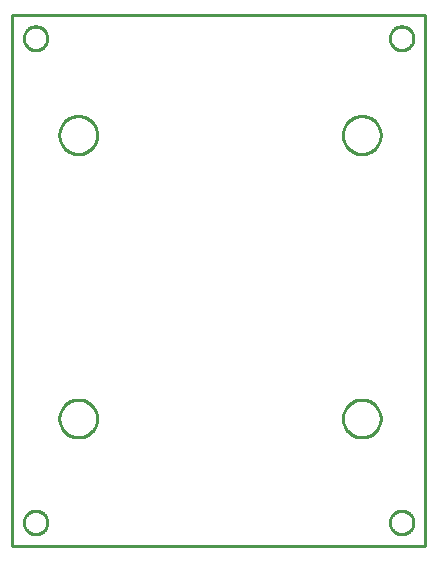
<source format=gbr>
G04 EAGLE Gerber RS-274X export*
G75*
%MOMM*%
%FSLAX34Y34*%
%LPD*%
%IN*%
%IPPOS*%
%AMOC8*
5,1,8,0,0,1.08239X$1,22.5*%
G01*
%ADD10C,0.254000*%


D10*
X0Y0D02*
X350000Y0D01*
X350000Y450000D01*
X0Y450000D01*
X0Y0D01*
X30000Y429563D02*
X29924Y428694D01*
X29772Y427834D01*
X29546Y426990D01*
X29248Y426170D01*
X28879Y425378D01*
X28442Y424622D01*
X27941Y423907D01*
X27380Y423238D01*
X26762Y422620D01*
X26093Y422059D01*
X25378Y421558D01*
X24622Y421121D01*
X23830Y420752D01*
X23010Y420454D01*
X22166Y420228D01*
X21307Y420076D01*
X20437Y420000D01*
X19563Y420000D01*
X18694Y420076D01*
X17834Y420228D01*
X16990Y420454D01*
X16170Y420752D01*
X15378Y421121D01*
X14622Y421558D01*
X13907Y422059D01*
X13238Y422620D01*
X12620Y423238D01*
X12059Y423907D01*
X11558Y424622D01*
X11121Y425378D01*
X10752Y426170D01*
X10454Y426990D01*
X10228Y427834D01*
X10076Y428694D01*
X10000Y429563D01*
X10000Y430437D01*
X10076Y431307D01*
X10228Y432166D01*
X10454Y433010D01*
X10752Y433830D01*
X11121Y434622D01*
X11558Y435378D01*
X12059Y436093D01*
X12620Y436762D01*
X13238Y437380D01*
X13907Y437941D01*
X14622Y438442D01*
X15378Y438879D01*
X16170Y439248D01*
X16990Y439546D01*
X17834Y439772D01*
X18694Y439924D01*
X19563Y440000D01*
X20437Y440000D01*
X21307Y439924D01*
X22166Y439772D01*
X23010Y439546D01*
X23830Y439248D01*
X24622Y438879D01*
X25378Y438442D01*
X26093Y437941D01*
X26762Y437380D01*
X27380Y436762D01*
X27941Y436093D01*
X28442Y435378D01*
X28879Y434622D01*
X29248Y433830D01*
X29546Y433010D01*
X29772Y432166D01*
X29924Y431307D01*
X30000Y430437D01*
X30000Y429563D01*
X30000Y19563D02*
X29924Y18694D01*
X29772Y17834D01*
X29546Y16990D01*
X29248Y16170D01*
X28879Y15378D01*
X28442Y14622D01*
X27941Y13907D01*
X27380Y13238D01*
X26762Y12620D01*
X26093Y12059D01*
X25378Y11558D01*
X24622Y11121D01*
X23830Y10752D01*
X23010Y10454D01*
X22166Y10228D01*
X21307Y10076D01*
X20437Y10000D01*
X19563Y10000D01*
X18694Y10076D01*
X17834Y10228D01*
X16990Y10454D01*
X16170Y10752D01*
X15378Y11121D01*
X14622Y11558D01*
X13907Y12059D01*
X13238Y12620D01*
X12620Y13238D01*
X12059Y13907D01*
X11558Y14622D01*
X11121Y15378D01*
X10752Y16170D01*
X10454Y16990D01*
X10228Y17834D01*
X10076Y18694D01*
X10000Y19563D01*
X10000Y20437D01*
X10076Y21307D01*
X10228Y22166D01*
X10454Y23010D01*
X10752Y23830D01*
X11121Y24622D01*
X11558Y25378D01*
X12059Y26093D01*
X12620Y26762D01*
X13238Y27380D01*
X13907Y27941D01*
X14622Y28442D01*
X15378Y28879D01*
X16170Y29248D01*
X16990Y29546D01*
X17834Y29772D01*
X18694Y29924D01*
X19563Y30000D01*
X20437Y30000D01*
X21307Y29924D01*
X22166Y29772D01*
X23010Y29546D01*
X23830Y29248D01*
X24622Y28879D01*
X25378Y28442D01*
X26093Y27941D01*
X26762Y27380D01*
X27380Y26762D01*
X27941Y26093D01*
X28442Y25378D01*
X28879Y24622D01*
X29248Y23830D01*
X29546Y23010D01*
X29772Y22166D01*
X29924Y21307D01*
X30000Y20437D01*
X30000Y19563D01*
X340000Y19563D02*
X339924Y18694D01*
X339772Y17834D01*
X339546Y16990D01*
X339248Y16170D01*
X338879Y15378D01*
X338442Y14622D01*
X337941Y13907D01*
X337380Y13238D01*
X336762Y12620D01*
X336093Y12059D01*
X335378Y11558D01*
X334622Y11121D01*
X333830Y10752D01*
X333010Y10454D01*
X332166Y10228D01*
X331307Y10076D01*
X330437Y10000D01*
X329563Y10000D01*
X328694Y10076D01*
X327834Y10228D01*
X326990Y10454D01*
X326170Y10752D01*
X325378Y11121D01*
X324622Y11558D01*
X323907Y12059D01*
X323238Y12620D01*
X322620Y13238D01*
X322059Y13907D01*
X321558Y14622D01*
X321121Y15378D01*
X320752Y16170D01*
X320454Y16990D01*
X320228Y17834D01*
X320076Y18694D01*
X320000Y19563D01*
X320000Y20437D01*
X320076Y21307D01*
X320228Y22166D01*
X320454Y23010D01*
X320752Y23830D01*
X321121Y24622D01*
X321558Y25378D01*
X322059Y26093D01*
X322620Y26762D01*
X323238Y27380D01*
X323907Y27941D01*
X324622Y28442D01*
X325378Y28879D01*
X326170Y29248D01*
X326990Y29546D01*
X327834Y29772D01*
X328694Y29924D01*
X329563Y30000D01*
X330437Y30000D01*
X331307Y29924D01*
X332166Y29772D01*
X333010Y29546D01*
X333830Y29248D01*
X334622Y28879D01*
X335378Y28442D01*
X336093Y27941D01*
X336762Y27380D01*
X337380Y26762D01*
X337941Y26093D01*
X338442Y25378D01*
X338879Y24622D01*
X339248Y23830D01*
X339546Y23010D01*
X339772Y22166D01*
X339924Y21307D01*
X340000Y20437D01*
X340000Y19563D01*
X340000Y429563D02*
X339924Y428694D01*
X339772Y427834D01*
X339546Y426990D01*
X339248Y426170D01*
X338879Y425378D01*
X338442Y424622D01*
X337941Y423907D01*
X337380Y423238D01*
X336762Y422620D01*
X336093Y422059D01*
X335378Y421558D01*
X334622Y421121D01*
X333830Y420752D01*
X333010Y420454D01*
X332166Y420228D01*
X331307Y420076D01*
X330437Y420000D01*
X329563Y420000D01*
X328694Y420076D01*
X327834Y420228D01*
X326990Y420454D01*
X326170Y420752D01*
X325378Y421121D01*
X324622Y421558D01*
X323907Y422059D01*
X323238Y422620D01*
X322620Y423238D01*
X322059Y423907D01*
X321558Y424622D01*
X321121Y425378D01*
X320752Y426170D01*
X320454Y426990D01*
X320228Y427834D01*
X320076Y428694D01*
X320000Y429563D01*
X320000Y430437D01*
X320076Y431307D01*
X320228Y432166D01*
X320454Y433010D01*
X320752Y433830D01*
X321121Y434622D01*
X321558Y435378D01*
X322059Y436093D01*
X322620Y436762D01*
X323238Y437380D01*
X323907Y437941D01*
X324622Y438442D01*
X325378Y438879D01*
X326170Y439248D01*
X326990Y439546D01*
X327834Y439772D01*
X328694Y439924D01*
X329563Y440000D01*
X330437Y440000D01*
X331307Y439924D01*
X332166Y439772D01*
X333010Y439546D01*
X333830Y439248D01*
X334622Y438879D01*
X335378Y438442D01*
X336093Y437941D01*
X336762Y437380D01*
X337380Y436762D01*
X337941Y436093D01*
X338442Y435378D01*
X338879Y434622D01*
X339248Y433830D01*
X339546Y433010D01*
X339772Y432166D01*
X339924Y431307D01*
X340000Y430437D01*
X340000Y429563D01*
X72200Y108524D02*
X72132Y109569D01*
X71995Y110608D01*
X71790Y111635D01*
X71519Y112647D01*
X71183Y113639D01*
X70782Y114607D01*
X70318Y115546D01*
X69795Y116454D01*
X69213Y117325D01*
X68575Y118156D01*
X67884Y118943D01*
X67143Y119684D01*
X66356Y120375D01*
X65525Y121013D01*
X64654Y121595D01*
X63746Y122118D01*
X62807Y122582D01*
X61839Y122983D01*
X60847Y123319D01*
X59835Y123590D01*
X58808Y123795D01*
X57769Y123932D01*
X56724Y124000D01*
X55676Y124000D01*
X54631Y123932D01*
X53592Y123795D01*
X52565Y123590D01*
X51553Y123319D01*
X50561Y122983D01*
X49593Y122582D01*
X48654Y122118D01*
X47746Y121595D01*
X46875Y121013D01*
X46044Y120375D01*
X45257Y119684D01*
X44516Y118943D01*
X43825Y118156D01*
X43188Y117325D01*
X42606Y116454D01*
X42082Y115546D01*
X41618Y114607D01*
X41217Y113639D01*
X40881Y112647D01*
X40610Y111635D01*
X40405Y110608D01*
X40269Y109569D01*
X40200Y108524D01*
X40200Y107476D01*
X40269Y106431D01*
X40405Y105392D01*
X40610Y104365D01*
X40881Y103353D01*
X41217Y102361D01*
X41618Y101393D01*
X42082Y100454D01*
X42606Y99546D01*
X43188Y98675D01*
X43825Y97844D01*
X44516Y97057D01*
X45257Y96316D01*
X46044Y95625D01*
X46875Y94988D01*
X47746Y94406D01*
X48654Y93882D01*
X49593Y93418D01*
X50561Y93017D01*
X51553Y92681D01*
X52565Y92410D01*
X53592Y92205D01*
X54631Y92069D01*
X55676Y92000D01*
X56724Y92000D01*
X57769Y92069D01*
X58808Y92205D01*
X59835Y92410D01*
X60847Y92681D01*
X61839Y93017D01*
X62807Y93418D01*
X63746Y93882D01*
X64654Y94406D01*
X65525Y94988D01*
X66356Y95625D01*
X67143Y96316D01*
X67884Y97057D01*
X68575Y97844D01*
X69213Y98675D01*
X69795Y99546D01*
X70318Y100454D01*
X70782Y101393D01*
X71183Y102361D01*
X71519Y103353D01*
X71790Y104365D01*
X71995Y105392D01*
X72132Y106431D01*
X72200Y107476D01*
X72200Y108524D01*
X312200Y108524D02*
X312132Y109569D01*
X311995Y110608D01*
X311790Y111635D01*
X311519Y112647D01*
X311183Y113639D01*
X310782Y114607D01*
X310318Y115546D01*
X309795Y116454D01*
X309213Y117325D01*
X308575Y118156D01*
X307884Y118943D01*
X307143Y119684D01*
X306356Y120375D01*
X305525Y121013D01*
X304654Y121595D01*
X303746Y122118D01*
X302807Y122582D01*
X301839Y122983D01*
X300847Y123319D01*
X299835Y123590D01*
X298808Y123795D01*
X297769Y123932D01*
X296724Y124000D01*
X295676Y124000D01*
X294631Y123932D01*
X293592Y123795D01*
X292565Y123590D01*
X291553Y123319D01*
X290561Y122983D01*
X289593Y122582D01*
X288654Y122118D01*
X287746Y121595D01*
X286875Y121013D01*
X286044Y120375D01*
X285257Y119684D01*
X284516Y118943D01*
X283825Y118156D01*
X283188Y117325D01*
X282606Y116454D01*
X282082Y115546D01*
X281618Y114607D01*
X281217Y113639D01*
X280881Y112647D01*
X280610Y111635D01*
X280405Y110608D01*
X280269Y109569D01*
X280200Y108524D01*
X280200Y107476D01*
X280269Y106431D01*
X280405Y105392D01*
X280610Y104365D01*
X280881Y103353D01*
X281217Y102361D01*
X281618Y101393D01*
X282082Y100454D01*
X282606Y99546D01*
X283188Y98675D01*
X283825Y97844D01*
X284516Y97057D01*
X285257Y96316D01*
X286044Y95625D01*
X286875Y94988D01*
X287746Y94406D01*
X288654Y93882D01*
X289593Y93418D01*
X290561Y93017D01*
X291553Y92681D01*
X292565Y92410D01*
X293592Y92205D01*
X294631Y92069D01*
X295676Y92000D01*
X296724Y92000D01*
X297769Y92069D01*
X298808Y92205D01*
X299835Y92410D01*
X300847Y92681D01*
X301839Y93017D01*
X302807Y93418D01*
X303746Y93882D01*
X304654Y94406D01*
X305525Y94988D01*
X306356Y95625D01*
X307143Y96316D01*
X307884Y97057D01*
X308575Y97844D01*
X309213Y98675D01*
X309795Y99546D01*
X310318Y100454D01*
X310782Y101393D01*
X311183Y102361D01*
X311519Y103353D01*
X311790Y104365D01*
X311995Y105392D01*
X312132Y106431D01*
X312200Y107476D01*
X312200Y108524D01*
X312200Y348524D02*
X312132Y349569D01*
X311995Y350608D01*
X311790Y351635D01*
X311519Y352647D01*
X311183Y353639D01*
X310782Y354607D01*
X310318Y355546D01*
X309795Y356454D01*
X309213Y357325D01*
X308575Y358156D01*
X307884Y358943D01*
X307143Y359684D01*
X306356Y360375D01*
X305525Y361013D01*
X304654Y361595D01*
X303746Y362118D01*
X302807Y362582D01*
X301839Y362983D01*
X300847Y363319D01*
X299835Y363590D01*
X298808Y363795D01*
X297769Y363932D01*
X296724Y364000D01*
X295676Y364000D01*
X294631Y363932D01*
X293592Y363795D01*
X292565Y363590D01*
X291553Y363319D01*
X290561Y362983D01*
X289593Y362582D01*
X288654Y362118D01*
X287746Y361595D01*
X286875Y361013D01*
X286044Y360375D01*
X285257Y359684D01*
X284516Y358943D01*
X283825Y358156D01*
X283188Y357325D01*
X282606Y356454D01*
X282082Y355546D01*
X281618Y354607D01*
X281217Y353639D01*
X280881Y352647D01*
X280610Y351635D01*
X280405Y350608D01*
X280269Y349569D01*
X280200Y348524D01*
X280200Y347476D01*
X280269Y346431D01*
X280405Y345392D01*
X280610Y344365D01*
X280881Y343353D01*
X281217Y342361D01*
X281618Y341393D01*
X282082Y340454D01*
X282606Y339546D01*
X283188Y338675D01*
X283825Y337844D01*
X284516Y337057D01*
X285257Y336316D01*
X286044Y335625D01*
X286875Y334988D01*
X287746Y334406D01*
X288654Y333882D01*
X289593Y333418D01*
X290561Y333017D01*
X291553Y332681D01*
X292565Y332410D01*
X293592Y332205D01*
X294631Y332069D01*
X295676Y332000D01*
X296724Y332000D01*
X297769Y332069D01*
X298808Y332205D01*
X299835Y332410D01*
X300847Y332681D01*
X301839Y333017D01*
X302807Y333418D01*
X303746Y333882D01*
X304654Y334406D01*
X305525Y334988D01*
X306356Y335625D01*
X307143Y336316D01*
X307884Y337057D01*
X308575Y337844D01*
X309213Y338675D01*
X309795Y339546D01*
X310318Y340454D01*
X310782Y341393D01*
X311183Y342361D01*
X311519Y343353D01*
X311790Y344365D01*
X311995Y345392D01*
X312132Y346431D01*
X312200Y347476D01*
X312200Y348524D01*
X72200Y348524D02*
X72132Y349569D01*
X71995Y350608D01*
X71790Y351635D01*
X71519Y352647D01*
X71183Y353639D01*
X70782Y354607D01*
X70318Y355546D01*
X69795Y356454D01*
X69213Y357325D01*
X68575Y358156D01*
X67884Y358943D01*
X67143Y359684D01*
X66356Y360375D01*
X65525Y361013D01*
X64654Y361595D01*
X63746Y362118D01*
X62807Y362582D01*
X61839Y362983D01*
X60847Y363319D01*
X59835Y363590D01*
X58808Y363795D01*
X57769Y363932D01*
X56724Y364000D01*
X55676Y364000D01*
X54631Y363932D01*
X53592Y363795D01*
X52565Y363590D01*
X51553Y363319D01*
X50561Y362983D01*
X49593Y362582D01*
X48654Y362118D01*
X47746Y361595D01*
X46875Y361013D01*
X46044Y360375D01*
X45257Y359684D01*
X44516Y358943D01*
X43825Y358156D01*
X43188Y357325D01*
X42606Y356454D01*
X42082Y355546D01*
X41618Y354607D01*
X41217Y353639D01*
X40881Y352647D01*
X40610Y351635D01*
X40405Y350608D01*
X40269Y349569D01*
X40200Y348524D01*
X40200Y347476D01*
X40269Y346431D01*
X40405Y345392D01*
X40610Y344365D01*
X40881Y343353D01*
X41217Y342361D01*
X41618Y341393D01*
X42082Y340454D01*
X42606Y339546D01*
X43188Y338675D01*
X43825Y337844D01*
X44516Y337057D01*
X45257Y336316D01*
X46044Y335625D01*
X46875Y334988D01*
X47746Y334406D01*
X48654Y333882D01*
X49593Y333418D01*
X50561Y333017D01*
X51553Y332681D01*
X52565Y332410D01*
X53592Y332205D01*
X54631Y332069D01*
X55676Y332000D01*
X56724Y332000D01*
X57769Y332069D01*
X58808Y332205D01*
X59835Y332410D01*
X60847Y332681D01*
X61839Y333017D01*
X62807Y333418D01*
X63746Y333882D01*
X64654Y334406D01*
X65525Y334988D01*
X66356Y335625D01*
X67143Y336316D01*
X67884Y337057D01*
X68575Y337844D01*
X69213Y338675D01*
X69795Y339546D01*
X70318Y340454D01*
X70782Y341393D01*
X71183Y342361D01*
X71519Y343353D01*
X71790Y344365D01*
X71995Y345392D01*
X72132Y346431D01*
X72200Y347476D01*
X72200Y348524D01*
M02*

</source>
